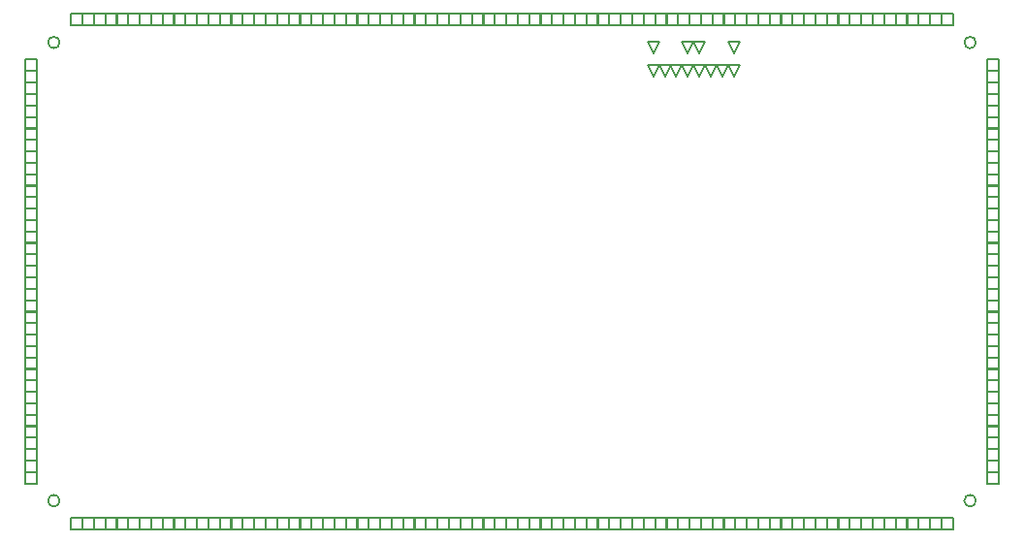
<source format=gbr>
%TF.GenerationSoftware,Altium Limited,Altium Designer,20.0.13 (296)*%
G04 Layer_Color=2752767*
%FSLAX26Y26*%
%MOIN*%
%TF.FileFunction,Drawing*%
%TF.Part,Single*%
G01*
G75*
%TA.AperFunction,NonConductor*%
%ADD93C,0.005000*%
%ADD348C,0.006667*%
D93*
X3011496Y-98740D02*
Y-58740D01*
X3051496D01*
Y-98740D01*
X3011496D01*
X3050866D02*
Y-58740D01*
X3090866D01*
Y-98740D01*
X3050866D01*
X2972126D02*
Y-58740D01*
X3012126D01*
Y-98740D01*
X2972126D01*
X2932756D02*
Y-58740D01*
X2972756D01*
Y-98740D01*
X2932756D01*
X2893386D02*
Y-58740D01*
X2933386D01*
Y-98740D01*
X2893386D01*
X2854016D02*
Y-58740D01*
X2894016D01*
Y-98740D01*
X2854016D01*
X2657166D02*
Y-58740D01*
X2697166D01*
Y-98740D01*
X2657166D01*
X2696536D02*
Y-58740D01*
X2736536D01*
Y-98740D01*
X2696536D01*
X2735906D02*
Y-58740D01*
X2775906D01*
Y-98740D01*
X2735906D01*
X2775276D02*
Y-58740D01*
X2815276D01*
Y-98740D01*
X2775276D01*
X2814646D02*
Y-58740D01*
X2854646D01*
Y-98740D01*
X2814646D01*
X2420946D02*
Y-58740D01*
X2460946D01*
Y-98740D01*
X2420946D01*
X2381576D02*
Y-58740D01*
X2421576D01*
Y-98740D01*
X2381576D01*
X2342206D02*
Y-58740D01*
X2382206D01*
Y-98740D01*
X2342206D01*
X2302836D02*
Y-58740D01*
X2342836D01*
Y-98740D01*
X2302836D01*
X2263466D02*
Y-58740D01*
X2303466D01*
Y-98740D01*
X2263466D01*
X2460316D02*
Y-58740D01*
X2500316D01*
Y-98740D01*
X2460316D01*
X2499686D02*
Y-58740D01*
X2539686D01*
Y-98740D01*
X2499686D01*
X2539056D02*
Y-58740D01*
X2579056D01*
Y-98740D01*
X2539056D01*
X2578426D02*
Y-58740D01*
X2618426D01*
Y-98740D01*
X2578426D01*
X2617796D02*
Y-58740D01*
X2657796D01*
Y-98740D01*
X2617796D01*
X2027246D02*
Y-58740D01*
X2067246D01*
Y-98740D01*
X2027246D01*
X1987876D02*
Y-58740D01*
X2027876D01*
Y-98740D01*
X1987876D01*
X1948506D02*
Y-58740D01*
X1988506D01*
Y-98740D01*
X1948506D01*
X1909136D02*
Y-58740D01*
X1949136D01*
Y-98740D01*
X1909136D01*
X1869766D02*
Y-58740D01*
X1909766D01*
Y-98740D01*
X1869766D01*
X2066616D02*
Y-58740D01*
X2106616D01*
Y-98740D01*
X2066616D01*
X2105986D02*
Y-58740D01*
X2145986D01*
Y-98740D01*
X2105986D01*
X2145356D02*
Y-58740D01*
X2185356D01*
Y-98740D01*
X2145356D01*
X2184726D02*
Y-58740D01*
X2224726D01*
Y-98740D01*
X2184726D01*
X2224096D02*
Y-58740D01*
X2264096D01*
Y-98740D01*
X2224096D01*
X1633546D02*
Y-58740D01*
X1673546D01*
Y-98740D01*
X1633546D01*
X1594176D02*
Y-58740D01*
X1634176D01*
Y-98740D01*
X1594176D01*
X1554806D02*
Y-58740D01*
X1594806D01*
Y-98740D01*
X1554806D01*
X1515436D02*
Y-58740D01*
X1555436D01*
Y-98740D01*
X1515436D01*
X1476066D02*
Y-58740D01*
X1516066D01*
Y-98740D01*
X1476066D01*
X1672916D02*
Y-58740D01*
X1712916D01*
Y-98740D01*
X1672916D01*
X1712286D02*
Y-58740D01*
X1752286D01*
Y-98740D01*
X1712286D01*
X1751656D02*
Y-58740D01*
X1791656D01*
Y-98740D01*
X1751656D01*
X1791026D02*
Y-58740D01*
X1831026D01*
Y-98740D01*
X1791026D01*
X1830396D02*
Y-58740D01*
X1870396D01*
Y-98740D01*
X1830396D01*
X1239846D02*
Y-58740D01*
X1279846D01*
Y-98740D01*
X1239846D01*
X1200476D02*
Y-58740D01*
X1240476D01*
Y-98740D01*
X1200476D01*
X1161106D02*
Y-58740D01*
X1201106D01*
Y-98740D01*
X1161106D01*
X1121736D02*
Y-58740D01*
X1161736D01*
Y-98740D01*
X1121736D01*
X1082366D02*
Y-58740D01*
X1122366D01*
Y-98740D01*
X1082366D01*
X1279216D02*
Y-58740D01*
X1319216D01*
Y-98740D01*
X1279216D01*
X1318586D02*
Y-58740D01*
X1358586D01*
Y-98740D01*
X1318586D01*
X1357956D02*
Y-58740D01*
X1397956D01*
Y-98740D01*
X1357956D01*
X1397326D02*
Y-58740D01*
X1437326D01*
Y-98740D01*
X1397326D01*
X1436696D02*
Y-58740D01*
X1476696D01*
Y-98740D01*
X1436696D01*
X846146D02*
Y-58740D01*
X886146D01*
Y-98740D01*
X846146D01*
X806776D02*
Y-58740D01*
X846776D01*
Y-98740D01*
X806776D01*
X767406D02*
Y-58740D01*
X807406D01*
Y-98740D01*
X767406D01*
X728036D02*
Y-58740D01*
X768036D01*
Y-98740D01*
X728036D01*
X688666D02*
Y-58740D01*
X728666D01*
Y-98740D01*
X688666D01*
X885516D02*
Y-58740D01*
X925516D01*
Y-98740D01*
X885516D01*
X924886D02*
Y-58740D01*
X964886D01*
Y-98740D01*
X924886D01*
X964256D02*
Y-58740D01*
X1004256D01*
Y-98740D01*
X964256D01*
X1003626D02*
Y-58740D01*
X1043626D01*
Y-98740D01*
X1003626D01*
X1042996D02*
Y-58740D01*
X1082996D01*
Y-98740D01*
X1042996D01*
X452446D02*
Y-58740D01*
X492446D01*
Y-98740D01*
X452446D01*
X413076D02*
Y-58740D01*
X453076D01*
Y-98740D01*
X413076D01*
X373706D02*
Y-58740D01*
X413706D01*
Y-98740D01*
X373706D01*
X334336D02*
Y-58740D01*
X374336D01*
Y-98740D01*
X334336D01*
X294966D02*
Y-58740D01*
X334966D01*
Y-98740D01*
X294966D01*
X491816D02*
Y-58740D01*
X531816D01*
Y-98740D01*
X491816D01*
X531186D02*
Y-58740D01*
X571186D01*
Y-98740D01*
X531186D01*
X570556D02*
Y-58740D01*
X610556D01*
Y-98740D01*
X570556D01*
X609926D02*
Y-58740D01*
X649926D01*
Y-98740D01*
X609926D01*
X649296D02*
Y-58740D01*
X689296D01*
Y-98740D01*
X649296D01*
X58746D02*
Y-58740D01*
X98746D01*
Y-98740D01*
X58746D01*
X98116D02*
Y-58740D01*
X138116D01*
Y-98740D01*
X98116D01*
X137486D02*
Y-58740D01*
X177486D01*
Y-98740D01*
X137486D01*
X176856D02*
Y-58740D01*
X216856D01*
Y-98740D01*
X176856D01*
X216226D02*
Y-58740D01*
X256226D01*
Y-98740D01*
X216226D01*
X255596D02*
Y-58740D01*
X295596D01*
Y-98740D01*
X255596D01*
X2854010Y1633543D02*
Y1673543D01*
X2894010D01*
Y1633543D01*
X2854010D01*
X2893380D02*
Y1673543D01*
X2933380D01*
Y1633543D01*
X2893380D01*
X2932750D02*
Y1673543D01*
X2972750D01*
Y1633543D01*
X2932750D01*
X2972120D02*
Y1673543D01*
X3012120D01*
Y1633543D01*
X2972120D01*
X3011490D02*
Y1673543D01*
X3051490D01*
Y1633543D01*
X3011490D01*
X3050860D02*
Y1673543D01*
X3090860D01*
Y1633543D01*
X3050860D01*
X2460310D02*
Y1673543D01*
X2500310D01*
Y1633543D01*
X2460310D01*
X2499680D02*
Y1673543D01*
X2539680D01*
Y1633543D01*
X2499680D01*
X2539050D02*
Y1673543D01*
X2579050D01*
Y1633543D01*
X2539050D01*
X2578420D02*
Y1673543D01*
X2618420D01*
Y1633543D01*
X2578420D01*
X2617790D02*
Y1673543D01*
X2657790D01*
Y1633543D01*
X2617790D01*
X2814640D02*
Y1673543D01*
X2854640D01*
Y1633543D01*
X2814640D01*
X2775270D02*
Y1673543D01*
X2815270D01*
Y1633543D01*
X2775270D01*
X2735900D02*
Y1673543D01*
X2775900D01*
Y1633543D01*
X2735900D01*
X2696530D02*
Y1673543D01*
X2736530D01*
Y1633543D01*
X2696530D01*
X2657160D02*
Y1673543D01*
X2697160D01*
Y1633543D01*
X2657160D01*
X2066610D02*
Y1673543D01*
X2106610D01*
Y1633543D01*
X2066610D01*
X2105980D02*
Y1673543D01*
X2145980D01*
Y1633543D01*
X2105980D01*
X2145350D02*
Y1673543D01*
X2185350D01*
Y1633543D01*
X2145350D01*
X2184720D02*
Y1673543D01*
X2224720D01*
Y1633543D01*
X2184720D01*
X2224090D02*
Y1673543D01*
X2264090D01*
Y1633543D01*
X2224090D01*
X2420940D02*
Y1673543D01*
X2460940D01*
Y1633543D01*
X2420940D01*
X2381570D02*
Y1673543D01*
X2421570D01*
Y1633543D01*
X2381570D01*
X2342200D02*
Y1673543D01*
X2382200D01*
Y1633543D01*
X2342200D01*
X2302830D02*
Y1673543D01*
X2342830D01*
Y1633543D01*
X2302830D01*
X2263460D02*
Y1673543D01*
X2303460D01*
Y1633543D01*
X2263460D01*
X1672910D02*
Y1673543D01*
X1712910D01*
Y1633543D01*
X1672910D01*
X1712280D02*
Y1673543D01*
X1752280D01*
Y1633543D01*
X1712280D01*
X1751650D02*
Y1673543D01*
X1791650D01*
Y1633543D01*
X1751650D01*
X1791020D02*
Y1673543D01*
X1831020D01*
Y1633543D01*
X1791020D01*
X1830390D02*
Y1673543D01*
X1870390D01*
Y1633543D01*
X1830390D01*
X2027240D02*
Y1673543D01*
X2067240D01*
Y1633543D01*
X2027240D01*
X1987870D02*
Y1673543D01*
X2027870D01*
Y1633543D01*
X1987870D01*
X1948500D02*
Y1673543D01*
X1988500D01*
Y1633543D01*
X1948500D01*
X1909130D02*
Y1673543D01*
X1949130D01*
Y1633543D01*
X1909130D01*
X1869760D02*
Y1673543D01*
X1909760D01*
Y1633543D01*
X1869760D01*
X1279210D02*
Y1673543D01*
X1319210D01*
Y1633543D01*
X1279210D01*
X1318580D02*
Y1673543D01*
X1358580D01*
Y1633543D01*
X1318580D01*
X1357950D02*
Y1673543D01*
X1397950D01*
Y1633543D01*
X1357950D01*
X1397320D02*
Y1673543D01*
X1437320D01*
Y1633543D01*
X1397320D01*
X1436690D02*
Y1673543D01*
X1476690D01*
Y1633543D01*
X1436690D01*
X1633540D02*
Y1673543D01*
X1673540D01*
Y1633543D01*
X1633540D01*
X1594170D02*
Y1673543D01*
X1634170D01*
Y1633543D01*
X1594170D01*
X1554800D02*
Y1673543D01*
X1594800D01*
Y1633543D01*
X1554800D01*
X1515430D02*
Y1673543D01*
X1555430D01*
Y1633543D01*
X1515430D01*
X1476060D02*
Y1673543D01*
X1516060D01*
Y1633543D01*
X1476060D01*
X885510D02*
Y1673543D01*
X925510D01*
Y1633543D01*
X885510D01*
X924880D02*
Y1673543D01*
X964880D01*
Y1633543D01*
X924880D01*
X964250D02*
Y1673543D01*
X1004250D01*
Y1633543D01*
X964250D01*
X1003620D02*
Y1673543D01*
X1043620D01*
Y1633543D01*
X1003620D01*
X1042990D02*
Y1673543D01*
X1082990D01*
Y1633543D01*
X1042990D01*
X1239840D02*
Y1673543D01*
X1279840D01*
Y1633543D01*
X1239840D01*
X1200470D02*
Y1673543D01*
X1240470D01*
Y1633543D01*
X1200470D01*
X1161100D02*
Y1673543D01*
X1201100D01*
Y1633543D01*
X1161100D01*
X1121730D02*
Y1673543D01*
X1161730D01*
Y1633543D01*
X1121730D01*
X1082360D02*
Y1673543D01*
X1122360D01*
Y1633543D01*
X1082360D01*
X491810D02*
Y1673543D01*
X531810D01*
Y1633543D01*
X491810D01*
X531180D02*
Y1673543D01*
X571180D01*
Y1633543D01*
X531180D01*
X570550D02*
Y1673543D01*
X610550D01*
Y1633543D01*
X570550D01*
X609920D02*
Y1673543D01*
X649920D01*
Y1633543D01*
X609920D01*
X649290D02*
Y1673543D01*
X689290D01*
Y1633543D01*
X649290D01*
X846140D02*
Y1673543D01*
X886140D01*
Y1633543D01*
X846140D01*
X806770D02*
Y1673543D01*
X846770D01*
Y1633543D01*
X806770D01*
X767400D02*
Y1673543D01*
X807400D01*
Y1633543D01*
X767400D01*
X728030D02*
Y1673543D01*
X768030D01*
Y1633543D01*
X728030D01*
X688660D02*
Y1673543D01*
X728660D01*
Y1633543D01*
X688660D01*
X294960D02*
Y1673543D01*
X334960D01*
Y1633543D01*
X294960D01*
X334330D02*
Y1673543D01*
X374330D01*
Y1633543D01*
X334330D01*
X373700D02*
Y1673543D01*
X413700D01*
Y1633543D01*
X373700D01*
X413070D02*
Y1673543D01*
X453070D01*
Y1633543D01*
X413070D01*
X452440D02*
Y1673543D01*
X492440D01*
Y1633543D01*
X452440D01*
X255590D02*
Y1673543D01*
X295590D01*
Y1633543D01*
X255590D01*
X216220D02*
Y1673543D01*
X256220D01*
Y1633543D01*
X216220D01*
X176850D02*
Y1673543D01*
X216850D01*
Y1633543D01*
X176850D01*
X137480D02*
Y1673543D01*
X177480D01*
Y1633543D01*
X137480D01*
X58740D02*
Y1673543D01*
X98740D01*
Y1633543D01*
X58740D01*
X98110D02*
Y1673543D01*
X138110D01*
Y1633543D01*
X98110D01*
X3208346Y1279213D02*
Y1319213D01*
X3248346D01*
Y1279213D01*
X3208346D01*
Y1239843D02*
Y1279843D01*
X3248346D01*
Y1239843D01*
X3208346D01*
Y1200473D02*
Y1240473D01*
X3248346D01*
Y1200473D01*
X3208346D01*
Y1161102D02*
Y1201102D01*
X3248346D01*
Y1161102D01*
X3208346D01*
Y1121732D02*
Y1161732D01*
X3248346D01*
Y1121732D01*
X3208346D01*
Y1082362D02*
Y1122362D01*
X3248346D01*
Y1082362D01*
X3208346D01*
Y1042992D02*
Y1082992D01*
X3248346D01*
Y1042992D01*
X3208346D01*
Y1003622D02*
Y1043622D01*
X3248346D01*
Y1003622D01*
X3208346D01*
Y964252D02*
Y1004252D01*
X3248346D01*
Y964252D01*
X3208346D01*
Y924882D02*
Y964882D01*
X3248346D01*
Y924882D01*
X3208346D01*
Y885512D02*
Y925512D01*
X3248346D01*
Y885512D01*
X3208346D01*
Y846142D02*
Y886142D01*
X3248346D01*
Y846142D01*
X3208346D01*
Y806772D02*
Y846772D01*
X3248346D01*
Y806772D01*
X3208346D01*
Y767402D02*
Y807402D01*
X3248346D01*
Y767402D01*
X3208346D01*
Y728032D02*
Y768032D01*
X3248346D01*
Y728032D01*
X3208346D01*
Y688662D02*
Y728662D01*
X3248346D01*
Y688662D01*
X3208346D01*
Y649291D02*
Y689291D01*
X3248346D01*
Y649291D01*
X3208346D01*
Y609921D02*
Y649921D01*
X3248346D01*
Y609921D01*
X3208346D01*
Y570551D02*
Y610551D01*
X3248346D01*
Y570551D01*
X3208346D01*
Y531181D02*
Y571181D01*
X3248346D01*
Y531181D01*
X3208346D01*
Y58740D02*
Y98740D01*
X3248346D01*
Y58740D01*
X3208346D01*
Y98110D02*
Y138110D01*
X3248346D01*
Y98110D01*
X3208346D01*
Y137480D02*
Y177480D01*
X3248346D01*
Y137480D01*
X3208346D01*
Y176850D02*
Y216850D01*
X3248346D01*
Y176850D01*
X3208346D01*
Y216220D02*
Y256221D01*
X3248346D01*
Y216220D01*
X3208346D01*
Y255591D02*
Y295591D01*
X3248346D01*
Y255591D01*
X3208346D01*
Y294961D02*
Y334961D01*
X3248346D01*
Y294961D01*
X3208346D01*
Y334331D02*
Y374331D01*
X3248346D01*
Y334331D01*
X3208346D01*
Y373701D02*
Y413701D01*
X3248346D01*
Y373701D01*
X3208346D01*
Y413071D02*
Y453071D01*
X3248346D01*
Y413071D01*
X3208346D01*
Y452441D02*
Y492441D01*
X3248346D01*
Y452441D01*
X3208346D01*
Y491811D02*
Y531811D01*
X3248346D01*
Y491811D01*
X3208346D01*
Y1318583D02*
Y1358583D01*
X3248346D01*
Y1318583D01*
X3208346D01*
Y1357953D02*
Y1397953D01*
X3248346D01*
Y1357953D01*
X3208346D01*
Y1397323D02*
Y1437323D01*
X3248346D01*
Y1397323D01*
X3208346D01*
Y1436693D02*
Y1476693D01*
X3248346D01*
Y1436693D01*
X3208346D01*
Y1476063D02*
Y1516063D01*
X3248346D01*
Y1476063D01*
X3208346D01*
X-98740Y58740D02*
Y98740D01*
X-58740D01*
Y58740D01*
X-98740D01*
Y98110D02*
Y138110D01*
X-58740D01*
Y98110D01*
X-98740D01*
Y137480D02*
Y177480D01*
X-58740D01*
Y137480D01*
X-98740D01*
Y176850D02*
Y216850D01*
X-58740D01*
Y176850D01*
X-98740D01*
Y216220D02*
Y256221D01*
X-58740D01*
Y216220D01*
X-98740D01*
Y1042992D02*
Y1082992D01*
X-58740D01*
Y1042992D01*
X-98740D01*
Y1082362D02*
Y1122362D01*
X-58740D01*
Y1082362D01*
X-98740D01*
Y1121732D02*
Y1161732D01*
X-58740D01*
Y1121732D01*
X-98740D01*
Y1161102D02*
Y1201102D01*
X-58740D01*
Y1161102D01*
X-98740D01*
Y1200473D02*
Y1240473D01*
X-58740D01*
Y1200473D01*
X-98740D01*
Y1239842D02*
Y1279842D01*
X-58740D01*
Y1239842D01*
X-98740D01*
Y1279213D02*
Y1319213D01*
X-58740D01*
Y1279213D01*
X-98740D01*
Y1318583D02*
Y1358583D01*
X-58740D01*
Y1318583D01*
X-98740D01*
Y1357953D02*
Y1397953D01*
X-58740D01*
Y1357953D01*
X-98740D01*
Y1397323D02*
Y1437323D01*
X-58740D01*
Y1397323D01*
X-98740D01*
Y1436693D02*
Y1476693D01*
X-58740D01*
Y1436693D01*
X-98740D01*
Y1476063D02*
Y1516063D01*
X-58740D01*
Y1476063D01*
X-98740D01*
Y1003622D02*
Y1043622D01*
X-58740D01*
Y1003622D01*
X-98740D01*
Y964252D02*
Y1004252D01*
X-58740D01*
Y964252D01*
X-98740D01*
Y924882D02*
Y964882D01*
X-58740D01*
Y924882D01*
X-98740D01*
Y885512D02*
Y925512D01*
X-58740D01*
Y885512D01*
X-98740D01*
Y846142D02*
Y886142D01*
X-58740D01*
Y846142D01*
X-98740D01*
Y806772D02*
Y846772D01*
X-58740D01*
Y806772D01*
X-98740D01*
Y767402D02*
Y807402D01*
X-58740D01*
Y767402D01*
X-98740D01*
Y728032D02*
Y768032D01*
X-58740D01*
Y728032D01*
X-98740D01*
Y688661D02*
Y728661D01*
X-58740D01*
Y688661D01*
X-98740D01*
Y649291D02*
Y689291D01*
X-58740D01*
Y649291D01*
X-98740D01*
Y609921D02*
Y649921D01*
X-58740D01*
Y609921D01*
X-98740D01*
Y570551D02*
Y610551D01*
X-58740D01*
Y570551D01*
X-98740D01*
Y531181D02*
Y571181D01*
X-58740D01*
Y531181D01*
X-98740D01*
Y491811D02*
Y531811D01*
X-58740D01*
Y491811D01*
X-98740D01*
Y452441D02*
Y492441D01*
X-58740D01*
Y452441D01*
X-98740D01*
Y413071D02*
Y453071D01*
X-58740D01*
Y413071D01*
X-98740D01*
Y373701D02*
Y413701D01*
X-58740D01*
Y373701D01*
X-98740D01*
Y334331D02*
Y374331D01*
X-58740D01*
Y334331D01*
X-98740D01*
Y294961D02*
Y334961D01*
X-58740D01*
Y294961D01*
X-98740D01*
Y255590D02*
Y295591D01*
X-58740D01*
Y255590D01*
X-98740D01*
X2100394Y1457362D02*
X2080394Y1497362D01*
X2120394D01*
X2100394Y1457362D01*
X2139764D02*
X2119764Y1497362D01*
X2159764D01*
X2139764Y1457362D01*
X2179134D02*
X2159134Y1497362D01*
X2199134D01*
X2179134Y1457362D01*
X2218504D02*
X2198504Y1497362D01*
X2238504D01*
X2218504Y1457362D01*
X2257874D02*
X2237874Y1497362D01*
X2277874D01*
X2257874Y1457362D01*
X2297244D02*
X2277244Y1497362D01*
X2317244D01*
X2297244Y1457362D01*
X2336614D02*
X2316614Y1497362D01*
X2356614D01*
X2336614Y1457362D01*
Y1536102D02*
X2316614Y1576102D01*
X2356614D01*
X2336614Y1536102D01*
X2218504D02*
X2198504Y1576102D01*
X2238504D01*
X2218504Y1536102D01*
X2179134D02*
X2159134Y1576102D01*
X2199134D01*
X2179134Y1536102D01*
X2061023Y1457362D02*
X2041024Y1497362D01*
X2081023D01*
X2061023Y1457362D01*
Y1536102D02*
X2041024Y1576102D01*
X2081023D01*
X2061023Y1536102D01*
D348*
X3169606Y1574803D02*
G03*
X3169606Y1574803I-20000J0D01*
G01*
Y0D02*
G03*
X3169606Y0I-20000J0D01*
G01*
X20000Y1574803D02*
G03*
X20000Y1574803I-20000J0D01*
G01*
Y0D02*
G03*
X20000Y0I-20000J0D01*
G01*
%TF.MD5,df4db67c9cf29217d73e02cf747cfb30*%
M02*

</source>
